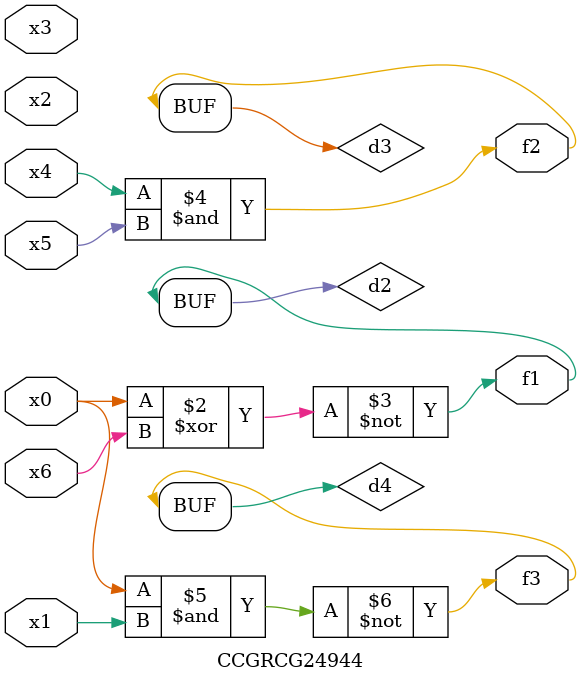
<source format=v>
module CCGRCG24944(
	input x0, x1, x2, x3, x4, x5, x6,
	output f1, f2, f3
);

	wire d1, d2, d3, d4;

	nor (d1, x0);
	xnor (d2, x0, x6);
	and (d3, x4, x5);
	nand (d4, x0, x1);
	assign f1 = d2;
	assign f2 = d3;
	assign f3 = d4;
endmodule

</source>
